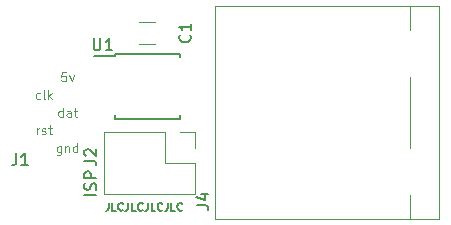
<source format=gbr>
%TF.GenerationSoftware,KiCad,Pcbnew,6.0.2+dfsg-1*%
%TF.CreationDate,2024-04-13T11:51:50+02:00*%
%TF.ProjectId,ps2_to_amiga,7073325f-746f-45f6-916d-6967612e6b69,rev?*%
%TF.SameCoordinates,Original*%
%TF.FileFunction,Legend,Top*%
%TF.FilePolarity,Positive*%
%FSLAX46Y46*%
G04 Gerber Fmt 4.6, Leading zero omitted, Abs format (unit mm)*
G04 Created by KiCad (PCBNEW 6.0.2+dfsg-1) date 2024-04-13 11:51:50*
%MOMM*%
%LPD*%
G01*
G04 APERTURE LIST*
%ADD10C,0.150000*%
%ADD11C,0.125000*%
%ADD12C,0.120000*%
G04 APERTURE END LIST*
D10*
X143452380Y-86976190D02*
X142452380Y-86976190D01*
X143404761Y-86547619D02*
X143452380Y-86404761D01*
X143452380Y-86166666D01*
X143404761Y-86071428D01*
X143357142Y-86023809D01*
X143261904Y-85976190D01*
X143166666Y-85976190D01*
X143071428Y-86023809D01*
X143023809Y-86071428D01*
X142976190Y-86166666D01*
X142928571Y-86357142D01*
X142880952Y-86452380D01*
X142833333Y-86500000D01*
X142738095Y-86547619D01*
X142642857Y-86547619D01*
X142547619Y-86500000D01*
X142500000Y-86452380D01*
X142452380Y-86357142D01*
X142452380Y-86119047D01*
X142500000Y-85976190D01*
X143452380Y-85547619D02*
X142452380Y-85547619D01*
X142452380Y-85166666D01*
X142500000Y-85071428D01*
X142547619Y-85023809D01*
X142642857Y-84976190D01*
X142785714Y-84976190D01*
X142880952Y-85023809D01*
X142928571Y-85071428D01*
X142976190Y-85166666D01*
X142976190Y-85547619D01*
X144497619Y-87644047D02*
X144497619Y-88108333D01*
X144466666Y-88201190D01*
X144404761Y-88263095D01*
X144311904Y-88294047D01*
X144250000Y-88294047D01*
X145116666Y-88294047D02*
X144807142Y-88294047D01*
X144807142Y-87644047D01*
X145704761Y-88232142D02*
X145673809Y-88263095D01*
X145580952Y-88294047D01*
X145519047Y-88294047D01*
X145426190Y-88263095D01*
X145364285Y-88201190D01*
X145333333Y-88139285D01*
X145302380Y-88015476D01*
X145302380Y-87922619D01*
X145333333Y-87798809D01*
X145364285Y-87736904D01*
X145426190Y-87675000D01*
X145519047Y-87644047D01*
X145580952Y-87644047D01*
X145673809Y-87675000D01*
X145704761Y-87705952D01*
X146169047Y-87644047D02*
X146169047Y-88108333D01*
X146138095Y-88201190D01*
X146076190Y-88263095D01*
X145983333Y-88294047D01*
X145921428Y-88294047D01*
X146788095Y-88294047D02*
X146478571Y-88294047D01*
X146478571Y-87644047D01*
X147376190Y-88232142D02*
X147345238Y-88263095D01*
X147252380Y-88294047D01*
X147190476Y-88294047D01*
X147097619Y-88263095D01*
X147035714Y-88201190D01*
X147004761Y-88139285D01*
X146973809Y-88015476D01*
X146973809Y-87922619D01*
X147004761Y-87798809D01*
X147035714Y-87736904D01*
X147097619Y-87675000D01*
X147190476Y-87644047D01*
X147252380Y-87644047D01*
X147345238Y-87675000D01*
X147376190Y-87705952D01*
X147840476Y-87644047D02*
X147840476Y-88108333D01*
X147809523Y-88201190D01*
X147747619Y-88263095D01*
X147654761Y-88294047D01*
X147592857Y-88294047D01*
X148459523Y-88294047D02*
X148150000Y-88294047D01*
X148150000Y-87644047D01*
X149047619Y-88232142D02*
X149016666Y-88263095D01*
X148923809Y-88294047D01*
X148861904Y-88294047D01*
X148769047Y-88263095D01*
X148707142Y-88201190D01*
X148676190Y-88139285D01*
X148645238Y-88015476D01*
X148645238Y-87922619D01*
X148676190Y-87798809D01*
X148707142Y-87736904D01*
X148769047Y-87675000D01*
X148861904Y-87644047D01*
X148923809Y-87644047D01*
X149016666Y-87675000D01*
X149047619Y-87705952D01*
X149511904Y-87644047D02*
X149511904Y-88108333D01*
X149480952Y-88201190D01*
X149419047Y-88263095D01*
X149326190Y-88294047D01*
X149264285Y-88294047D01*
X150130952Y-88294047D02*
X149821428Y-88294047D01*
X149821428Y-87644047D01*
X150719047Y-88232142D02*
X150688095Y-88263095D01*
X150595238Y-88294047D01*
X150533333Y-88294047D01*
X150440476Y-88263095D01*
X150378571Y-88201190D01*
X150347619Y-88139285D01*
X150316666Y-88015476D01*
X150316666Y-87922619D01*
X150347619Y-87798809D01*
X150378571Y-87736904D01*
X150440476Y-87675000D01*
X150533333Y-87644047D01*
X150595238Y-87644047D01*
X150688095Y-87675000D01*
X150719047Y-87705952D01*
D11*
X140607142Y-80339285D02*
X140607142Y-79589285D01*
X140607142Y-80303571D02*
X140535714Y-80339285D01*
X140392857Y-80339285D01*
X140321428Y-80303571D01*
X140285714Y-80267857D01*
X140250000Y-80196428D01*
X140250000Y-79982142D01*
X140285714Y-79910714D01*
X140321428Y-79875000D01*
X140392857Y-79839285D01*
X140535714Y-79839285D01*
X140607142Y-79875000D01*
X141285714Y-80339285D02*
X141285714Y-79946428D01*
X141250000Y-79875000D01*
X141178571Y-79839285D01*
X141035714Y-79839285D01*
X140964285Y-79875000D01*
X141285714Y-80303571D02*
X141214285Y-80339285D01*
X141035714Y-80339285D01*
X140964285Y-80303571D01*
X140928571Y-80232142D01*
X140928571Y-80160714D01*
X140964285Y-80089285D01*
X141035714Y-80053571D01*
X141214285Y-80053571D01*
X141285714Y-80017857D01*
X141535714Y-79839285D02*
X141821428Y-79839285D01*
X141642857Y-79589285D02*
X141642857Y-80232142D01*
X141678571Y-80303571D01*
X141750000Y-80339285D01*
X141821428Y-80339285D01*
X140482142Y-82839285D02*
X140482142Y-83446428D01*
X140446428Y-83517857D01*
X140410714Y-83553571D01*
X140339285Y-83589285D01*
X140232142Y-83589285D01*
X140160714Y-83553571D01*
X140482142Y-83303571D02*
X140410714Y-83339285D01*
X140267857Y-83339285D01*
X140196428Y-83303571D01*
X140160714Y-83267857D01*
X140125000Y-83196428D01*
X140125000Y-82982142D01*
X140160714Y-82910714D01*
X140196428Y-82875000D01*
X140267857Y-82839285D01*
X140410714Y-82839285D01*
X140482142Y-82875000D01*
X140839285Y-82839285D02*
X140839285Y-83339285D01*
X140839285Y-82910714D02*
X140875000Y-82875000D01*
X140946428Y-82839285D01*
X141053571Y-82839285D01*
X141125000Y-82875000D01*
X141160714Y-82946428D01*
X141160714Y-83339285D01*
X141839285Y-83339285D02*
X141839285Y-82589285D01*
X141839285Y-83303571D02*
X141767857Y-83339285D01*
X141625000Y-83339285D01*
X141553571Y-83303571D01*
X141517857Y-83267857D01*
X141482142Y-83196428D01*
X141482142Y-82982142D01*
X141517857Y-82910714D01*
X141553571Y-82875000D01*
X141625000Y-82839285D01*
X141767857Y-82839285D01*
X141839285Y-82875000D01*
X138678571Y-78803571D02*
X138607142Y-78839285D01*
X138464285Y-78839285D01*
X138392857Y-78803571D01*
X138357142Y-78767857D01*
X138321428Y-78696428D01*
X138321428Y-78482142D01*
X138357142Y-78410714D01*
X138392857Y-78375000D01*
X138464285Y-78339285D01*
X138607142Y-78339285D01*
X138678571Y-78375000D01*
X139107142Y-78839285D02*
X139035714Y-78803571D01*
X139000000Y-78732142D01*
X139000000Y-78089285D01*
X139392857Y-78839285D02*
X139392857Y-78089285D01*
X139464285Y-78553571D02*
X139678571Y-78839285D01*
X139678571Y-78339285D02*
X139392857Y-78625000D01*
X140892857Y-76589285D02*
X140535714Y-76589285D01*
X140500000Y-76946428D01*
X140535714Y-76910714D01*
X140607142Y-76875000D01*
X140785714Y-76875000D01*
X140857142Y-76910714D01*
X140892857Y-76946428D01*
X140928571Y-77017857D01*
X140928571Y-77196428D01*
X140892857Y-77267857D01*
X140857142Y-77303571D01*
X140785714Y-77339285D01*
X140607142Y-77339285D01*
X140535714Y-77303571D01*
X140500000Y-77267857D01*
X141178571Y-76839285D02*
X141357142Y-77339285D01*
X141535714Y-76839285D01*
X138428571Y-81839285D02*
X138428571Y-81339285D01*
X138428571Y-81482142D02*
X138464285Y-81410714D01*
X138500000Y-81375000D01*
X138571428Y-81339285D01*
X138642857Y-81339285D01*
X138857142Y-81803571D02*
X138928571Y-81839285D01*
X139071428Y-81839285D01*
X139142857Y-81803571D01*
X139178571Y-81732142D01*
X139178571Y-81696428D01*
X139142857Y-81625000D01*
X139071428Y-81589285D01*
X138964285Y-81589285D01*
X138892857Y-81553571D01*
X138857142Y-81482142D01*
X138857142Y-81446428D01*
X138892857Y-81375000D01*
X138964285Y-81339285D01*
X139071428Y-81339285D01*
X139142857Y-81375000D01*
X139392857Y-81339285D02*
X139678571Y-81339285D01*
X139500000Y-81089285D02*
X139500000Y-81732142D01*
X139535714Y-81803571D01*
X139607142Y-81839285D01*
X139678571Y-81839285D01*
D10*
%TO.C,U1*%
X143238095Y-73702380D02*
X143238095Y-74511904D01*
X143285714Y-74607142D01*
X143333333Y-74654761D01*
X143428571Y-74702380D01*
X143619047Y-74702380D01*
X143714285Y-74654761D01*
X143761904Y-74607142D01*
X143809523Y-74511904D01*
X143809523Y-73702380D01*
X144809523Y-74702380D02*
X144238095Y-74702380D01*
X144523809Y-74702380D02*
X144523809Y-73702380D01*
X144428571Y-73845238D01*
X144333333Y-73940476D01*
X144238095Y-73988095D01*
%TO.C,J2*%
X142452380Y-84083333D02*
X143166666Y-84083333D01*
X143309523Y-84130952D01*
X143404761Y-84226190D01*
X143452380Y-84369047D01*
X143452380Y-84464285D01*
X142547619Y-83654761D02*
X142500000Y-83607142D01*
X142452380Y-83511904D01*
X142452380Y-83273809D01*
X142500000Y-83178571D01*
X142547619Y-83130952D01*
X142642857Y-83083333D01*
X142738095Y-83083333D01*
X142880952Y-83130952D01*
X143452380Y-83702380D01*
X143452380Y-83083333D01*
%TO.C,J4*%
X151952380Y-87833333D02*
X152666666Y-87833333D01*
X152809523Y-87880952D01*
X152904761Y-87976190D01*
X152952380Y-88119047D01*
X152952380Y-88214285D01*
X152285714Y-86928571D02*
X152952380Y-86928571D01*
X151904761Y-87166666D02*
X152619047Y-87404761D01*
X152619047Y-86785714D01*
%TO.C,J1*%
X136666666Y-83452380D02*
X136666666Y-84166666D01*
X136619047Y-84309523D01*
X136523809Y-84404761D01*
X136380952Y-84452380D01*
X136285714Y-84452380D01*
X137666666Y-84452380D02*
X137095238Y-84452380D01*
X137380952Y-84452380D02*
X137380952Y-83452380D01*
X137285714Y-83595238D01*
X137190476Y-83690476D01*
X137095238Y-83738095D01*
%TO.C,C1*%
X151357142Y-73416666D02*
X151404761Y-73464285D01*
X151452380Y-73607142D01*
X151452380Y-73702380D01*
X151404761Y-73845238D01*
X151309523Y-73940476D01*
X151214285Y-73988095D01*
X151023809Y-74035714D01*
X150880952Y-74035714D01*
X150690476Y-73988095D01*
X150595238Y-73940476D01*
X150500000Y-73845238D01*
X150452380Y-73702380D01*
X150452380Y-73607142D01*
X150500000Y-73464285D01*
X150547619Y-73416666D01*
X151452380Y-72464285D02*
X151452380Y-73035714D01*
X151452380Y-72750000D02*
X150452380Y-72750000D01*
X150595238Y-72845238D01*
X150690476Y-72940476D01*
X150738095Y-73035714D01*
%TO.C,U1*%
X145000000Y-74995000D02*
X145000000Y-75200000D01*
X150500000Y-74995000D02*
X150500000Y-75295000D01*
X145000000Y-80505000D02*
X145000000Y-80205000D01*
X150500000Y-80505000D02*
X150500000Y-80205000D01*
X145000000Y-75200000D02*
X143250000Y-75200000D01*
X145000000Y-80505000D02*
X150500000Y-80505000D01*
X145000000Y-74995000D02*
X150500000Y-74995000D01*
D12*
%TO.C,J2*%
X149230000Y-84270000D02*
X151830000Y-84270000D01*
X144090000Y-81670000D02*
X144090000Y-86870000D01*
X151830000Y-86870000D02*
X144090000Y-86870000D01*
X151830000Y-81670000D02*
X151830000Y-83000000D01*
X149230000Y-81670000D02*
X144090000Y-81670000D01*
X149230000Y-81670000D02*
X149230000Y-84270000D01*
X150500000Y-81670000D02*
X151830000Y-81670000D01*
X151830000Y-84270000D02*
X151830000Y-86870000D01*
%TO.C,J4*%
X170000000Y-83000000D02*
X170000000Y-77000000D01*
X170000000Y-89000000D02*
X170000000Y-87000000D01*
X170000000Y-73000000D02*
X170000000Y-71000000D01*
X172500000Y-71000000D02*
X153500000Y-71000000D01*
X153500000Y-71000000D02*
X153500000Y-89000000D01*
X153500000Y-89000000D02*
X172500000Y-89000000D01*
X172500000Y-89000000D02*
X172500000Y-71000000D01*
%TO.C,C1*%
X148461252Y-72340000D02*
X147038748Y-72340000D01*
X148461252Y-74160000D02*
X147038748Y-74160000D01*
%TD*%
M02*

</source>
